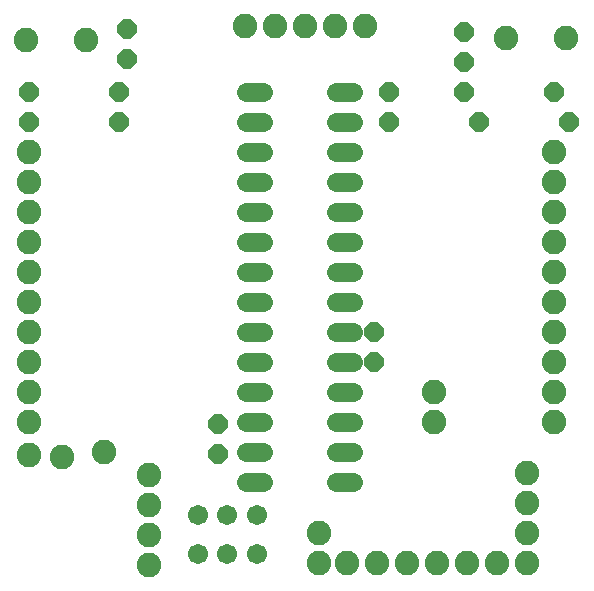
<source format=gbr>
G04 EAGLE Gerber RS-274X export*
G75*
%MOMM*%
%FSLAX34Y34*%
%LPD*%
%INSoldermask Top*%
%IPPOS*%
%AMOC8*
5,1,8,0,0,1.08239X$1,22.5*%
G01*
%ADD10P,1.759533X8X292.500000*%
%ADD11P,1.759533X8X112.500000*%
%ADD12P,1.759533X8X22.500000*%
%ADD13P,1.759533X8X202.500000*%
%ADD14C,1.625600*%
%ADD15C,2.082800*%
%ADD16C,1.712800*%


D10*
X330200Y419100D03*
X330200Y393700D03*
D11*
X185420Y113030D03*
X185420Y138430D03*
D10*
X317500Y215900D03*
X317500Y190500D03*
D11*
X393700Y444500D03*
X393700Y469900D03*
X107950Y447040D03*
X107950Y472440D03*
D12*
X393700Y419100D03*
X469900Y419100D03*
X25400Y419100D03*
X101600Y419100D03*
D13*
X482600Y393700D03*
X406400Y393700D03*
X101600Y393700D03*
X25400Y393700D03*
D14*
X208788Y419100D02*
X223012Y419100D01*
X223012Y393700D02*
X208788Y393700D01*
X208788Y368300D02*
X223012Y368300D01*
X223012Y342900D02*
X208788Y342900D01*
X208788Y317500D02*
X223012Y317500D01*
X223012Y292100D02*
X208788Y292100D01*
X208788Y266700D02*
X223012Y266700D01*
X223012Y241300D02*
X208788Y241300D01*
X208788Y215900D02*
X223012Y215900D01*
X223012Y190500D02*
X208788Y190500D01*
X208788Y165100D02*
X223012Y165100D01*
X223012Y139700D02*
X208788Y139700D01*
X208788Y114300D02*
X223012Y114300D01*
X223012Y88900D02*
X208788Y88900D01*
X284988Y88900D02*
X299212Y88900D01*
X299212Y114300D02*
X284988Y114300D01*
X284988Y139700D02*
X299212Y139700D01*
X299212Y165100D02*
X284988Y165100D01*
X284988Y190500D02*
X299212Y190500D01*
X299212Y215900D02*
X284988Y215900D01*
X284988Y241300D02*
X299212Y241300D01*
X299212Y266700D02*
X284988Y266700D01*
X284988Y292100D02*
X299212Y292100D01*
X299212Y317500D02*
X284988Y317500D01*
X284988Y342900D02*
X299212Y342900D01*
X299212Y368300D02*
X284988Y368300D01*
X284988Y393700D02*
X299212Y393700D01*
X299212Y419100D02*
X284988Y419100D01*
D15*
X368300Y165100D03*
X368300Y139700D03*
X469900Y368300D03*
X469900Y342900D03*
X469900Y317500D03*
X469900Y292100D03*
X469900Y266700D03*
X469900Y241300D03*
X469900Y215900D03*
X469900Y190500D03*
X469900Y165100D03*
X469900Y139700D03*
X25400Y241300D03*
X25400Y215900D03*
X25400Y190500D03*
X25400Y165100D03*
X25400Y139700D03*
X25400Y368300D03*
X25400Y342900D03*
X25400Y317500D03*
X25400Y292100D03*
X25400Y266700D03*
X25400Y111760D03*
X53340Y110490D03*
X88900Y114300D03*
X270510Y45720D03*
X270510Y20320D03*
D16*
X168040Y60950D03*
X193040Y60950D03*
X218040Y60950D03*
X218040Y27950D03*
X193040Y27950D03*
X168040Y27950D03*
D15*
X127000Y19050D03*
X127000Y44450D03*
X127000Y69850D03*
X127000Y95250D03*
X421640Y20320D03*
X396240Y20320D03*
X370840Y20320D03*
X345440Y20320D03*
X320040Y20320D03*
X294640Y20320D03*
X208280Y474980D03*
X233680Y474980D03*
X259080Y474980D03*
X284480Y474980D03*
X309880Y474980D03*
X447040Y20320D03*
X447040Y45720D03*
X447040Y71120D03*
X447040Y96520D03*
X480060Y464820D03*
X429260Y464820D03*
X22860Y463550D03*
X73660Y463550D03*
M02*

</source>
